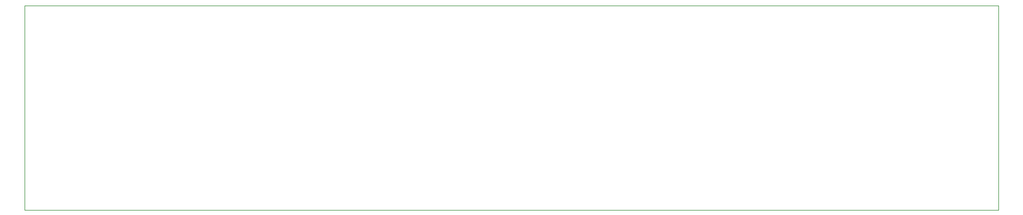
<source format=gbr>
%TF.GenerationSoftware,Altium Limited,Altium Designer,23.4.1 (23)*%
G04 Layer_Color=0*
%FSLAX44Y44*%
%MOMM*%
%TF.SameCoordinates,691261D2-1884-439D-B531-122D69197680*%
%TF.FilePolarity,Positive*%
%TF.FileFunction,Profile,NP*%
%TF.Part,Single*%
G01*
G75*
%TA.AperFunction,Profile*%
%ADD18C,0.0254*%
D18*
X0Y0D02*
X1476000D01*
Y310000D01*
X0D01*
Y0D01*
%TF.MD5,1605eace2899b8fb87f80c0469621a1b*%
M02*

</source>
